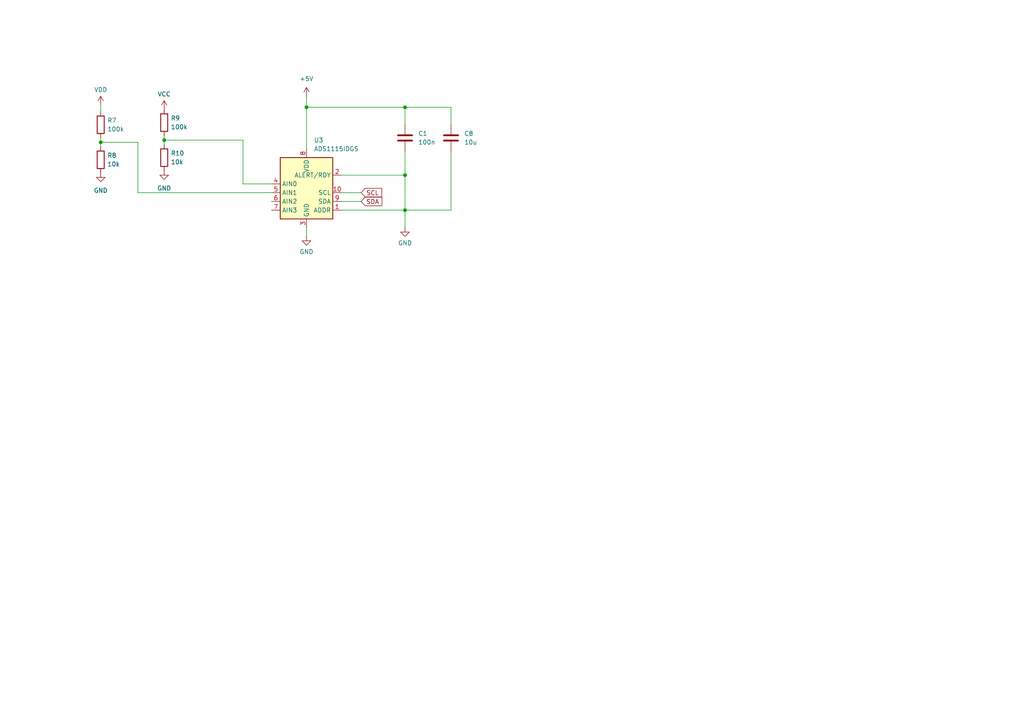
<source format=kicad_sch>
(kicad_sch (version 20250114) (generator "eeschema") (generator_version "9.0")
  (paper "A4")
  (lib_symbols
    (symbol "Analog_ADC:ADS1115IDGS"
      (property "Reference" "U" (at 2.54 13.97 0))
      (property "Value" "ADS1115IDGS" (at 7.62 11.43 0))
      (symbol "ADS1115IDGS_0_1"
        (rectangle (start -7.62 10.16) (end 7.62 -7.62) (stroke (width 0.254)) (fill (type background)))
      )
      (symbol "ADS1115IDGS_1_1"
        (pin input line (at -10.16 2.54 0) (length 2.54) (name "AIN0") (number "4"))
        (pin input line (at -10.16 0 0) (length 2.54) (name "AIN1") (number "5"))
        (pin input line (at -10.16 -2.54 0) (length 2.54) (name "AIN2") (number "6"))
        (pin input line (at -10.16 -5.08 0) (length 2.54) (name "AIN3") (number "7"))
        (pin power_in line (at 0 12.7 270) (length 2.54) (name "VDD") (number "8"))
        (pin power_in line (at 0 -10.16 90) (length 2.54) (name "GND") (number "3"))
        (pin output line (at 10.16 5.08 180) (length 2.54) (name "ALERT/RDY") (number "2"))
        (pin input line (at 10.16 0 180) (length 2.54) (name "SCL") (number "10"))
        (pin bidirectional line (at 10.16 -2.54 180) (length 2.54) (name "SDA") (number "9"))
        (pin input line (at 10.16 -5.08 180) (length 2.54) (name "ADDR") (number "1"))
      )
    )
    (symbol "Device:C" (pin_numbers (hide yes)) (pin_names (offset 0.254))
      (property "Reference" "C" (at 0.635 2.54 0))
      (property "Value" "C" (at 0.635 -2.54 0))
      (symbol "C_0_1"
        (polyline (pts (xy -2.032 0.762) (xy 2.032 0.762)) (stroke (width 0.508)))
        (polyline (pts (xy -2.032 -0.762) (xy 2.032 -0.762)) (stroke (width 0.508)))
      )
      (symbol "C_1_1"
        (pin passive line (at 0 3.81 270) (length 2.794) (name "~") (number "1"))
        (pin passive line (at 0 -3.81 90) (length 2.794) (name "~") (number "2"))
      )
    )
    (symbol "Device:R" (pin_numbers (hide yes)) (pin_names (offset 0))
      (property "Reference" "R" (at 2.032 0 90))
      (property "Value" "R" (at 0 0 90))
      (symbol "R_0_1"
        (rectangle (start -1.016 -2.54) (end 1.016 2.54) (stroke (width 0.254)))
      )
      (symbol "R_1_1"
        (pin passive line (at 0 3.81 270) (length 1.27) (name "~") (number "1"))
        (pin passive line (at 0 -3.81 90) (length 1.27) (name "~") (number "2"))
      )
    )
    (symbol "power:+5V" (power) (pin_numbers (hide yes)) (pin_names (offset 0) (hide yes))
      (property "Value" "+5V" (at 0 3.556 0))
      (symbol "+5V_0_1"
        (polyline (pts (xy -0.762 1.27) (xy 0 2.54)))
        (polyline (pts (xy 0 2.54) (xy 0.762 1.27)))
        (polyline (pts (xy 0 0) (xy 0 2.54)))
      )
      (symbol "+5V_1_1"
        (pin power_in line (at 0 0 90) (length 0) (name "~") (number "1"))
      )
    )
    (symbol "power:GND" (power) (pin_numbers (hide yes)) (pin_names (offset 0) (hide yes))
      (property "Value" "GND" (at 0 -3.81 0))
      (symbol "GND_0_1"
        (polyline (pts (xy 0 0) (xy 0 -1.27) (xy 1.27 -1.27) (xy 0 -2.54) (xy -1.27 -1.27) (xy 0 -1.27)))
      )
      (symbol "GND_1_1"
        (pin power_in line (at 0 0 270) (length 0) (name "~") (number "1"))
      )
    )
    (symbol "power:VCC" (power) (pin_numbers (hide yes)) (pin_names (offset 0) (hide yes))
      (property "Value" "VCC" (at 0 3.556 0))
      (symbol "VCC_0_1"
        (polyline (pts (xy -0.762 1.27) (xy 0 2.54)))
        (polyline (pts (xy 0 2.54) (xy 0.762 1.27)))
        (polyline (pts (xy 0 0) (xy 0 2.54)))
      )
      (symbol "VCC_1_1"
        (pin power_in line (at 0 0 90) (length 0) (name "~") (number "1"))
      )
    )
    (symbol "power:VDD" (power) (pin_numbers (hide yes)) (pin_names (offset 0) (hide yes))
      (property "Value" "VDD" (at 0 3.556 0))
      (symbol "VDD_0_1"
        (polyline (pts (xy -0.762 1.27) (xy 0 2.54)))
        (polyline (pts (xy 0 2.54) (xy 0.762 1.27)))
        (polyline (pts (xy 0 0) (xy 0 2.54)))
      )
      (symbol "VDD_1_1"
        (pin power_in line (at 0 0 90) (length 0) (name "~") (number "1"))
      )
    )
  )
  (junction (at 117.475 31.115))
  (junction (at 88.9 31.115))
  (junction (at 29.21 41.275))
  (junction (at 47.625 40.64))
  (junction (at 117.475 60.96))
  (junction (at 117.475 50.8))
  (wire (pts (xy 29.21 40.005) (xy 29.21 41.275)))
  (wire (pts (xy 117.475 60.96) (xy 117.475 66.04)))
  (wire (pts (xy 88.9 66.04) (xy 88.9 68.58)))
  (wire (pts (xy 99.06 50.8) (xy 117.475 50.8)))
  (wire (pts (xy 29.21 41.275) (xy 29.21 42.545)))
  (wire (pts (xy 88.9 31.115) (xy 88.9 43.18)))
  (wire (pts (xy 40.005 41.275) (xy 29.21 41.275)))
  (wire (pts (xy 99.06 55.88) (xy 104.775 55.88)))
  (wire (pts (xy 130.81 43.815) (xy 130.81 60.96)))
  (wire (pts (xy 70.485 53.34) (xy 70.485 40.64)))
  (wire (pts (xy 78.74 53.34) (xy 70.485 53.34)))
  (wire (pts (xy 29.21 30.48) (xy 29.21 32.385)))
  (wire (pts (xy 130.81 36.195) (xy 130.81 31.115)))
  (wire (pts (xy 117.475 36.195) (xy 117.475 31.115)))
  (wire (pts (xy 47.625 39.37) (xy 47.625 40.64)))
  (wire (pts (xy 117.475 31.115) (xy 88.9 31.115)))
  (wire (pts (xy 88.9 27.94) (xy 88.9 31.115)))
  (wire (pts (xy 47.625 40.64) (xy 47.625 41.91)))
  (wire (pts (xy 40.005 55.88) (xy 40.005 41.275)))
  (wire (pts (xy 70.485 40.64) (xy 47.625 40.64)))
  (wire (pts (xy 130.81 60.96) (xy 117.475 60.96)))
  (wire (pts (xy 117.475 43.815) (xy 117.475 50.8)))
  (wire (pts (xy 130.81 31.115) (xy 117.475 31.115)))
  (wire (pts (xy 99.06 58.42) (xy 104.775 58.42)))
  (wire (pts (xy 117.475 50.8) (xy 117.475 60.96)))
  (wire (pts (xy 99.06 60.96) (xy 117.475 60.96)))
  (wire (pts (xy 78.74 55.88) (xy 40.005 55.88)))
  (global_label "SDA" (shape input) (at 104.775 58.42 0) (property "Intersheetrefs" "${INTERSHEET_REFS}" (effects (hide yes))))
  (global_label "SCL" (shape input) (at 104.775 55.88 0) (property "Intersheetrefs" "${INTERSHEET_REFS}" (effects (hide yes))))
  (symbol (lib_id "power:GND") (at 117.475 66.04 0) (unit 1)
    (property "Reference" "#PWR045" (effects (hide yes)))
    (property "Value" "GND" (at 117.475 70.485 0))
    (property "Description" "Power symbol creates a global label with name \"GND\" , ground" (effects (hide yes)))
  )
  (symbol (lib_id "Device:R") (at 29.21 36.195 0) (unit 1)
    (property "Reference" "R7" (at 31.115 34.9249 0) (effects (justify left)))
    (property "Value" "100k" (at 31.115 37.4649 0) (effects (justify left)))
    (property "Footprint" "Resistor_SMD:R_0603_1608Metric_Pad0.98x0.95mm_HandSolder" (effects (hide yes)))
    (property "Description" "Resistor" (effects (hide yes)))
  )
  (symbol (lib_id "power:VDD") (at 29.21 30.48 0) (unit 1)
    (property "Reference" "#PWR047" (effects (hide yes)))
    (property "Value" "VDD" (at 29.21 26.035 0))
    (property "Description" "Power symbol creates a global label with name \"VDD\"" (effects (hide yes)))
  )
  (symbol (lib_id "Device:R") (at 47.625 35.56 0) (unit 1)
    (property "Reference" "R9" (at 49.53 34.2899 0) (effects (justify left)))
    (property "Value" "100k" (at 49.53 36.8299 0) (effects (justify left)))
    (property "Footprint" "Resistor_SMD:R_0603_1608Metric_Pad0.98x0.95mm_HandSolder" (effects (hide yes)))
    (property "Description" "Resistor" (effects (hide yes)))
  )
  (symbol (lib_id "power:GND") (at 47.625 49.53 0) (unit 1)
    (property "Reference" "#PWR050" (effects (hide yes)))
    (property "Value" "GND" (at 47.625 54.61 0))
    (property "Description" "Power symbol creates a global label with name \"GND\" , ground" (effects (hide yes)))
  )
  (symbol (lib_id "Device:R") (at 47.625 45.72 0) (unit 1)
    (property "Reference" "R10" (at 49.53 44.4499 0) (effects (justify left)))
    (property "Value" "10k" (at 49.53 46.9899 0) (effects (justify left)))
    (property "Footprint" "Resistor_SMD:R_0603_1608Metric_Pad0.98x0.95mm_HandSolder" (effects (hide yes)))
    (property "Description" "Resistor" (effects (hide yes)))
  )
  (symbol (lib_id "power:GND") (at 88.9 68.58 0) (unit 1)
    (property "Reference" "#PWR046" (effects (hide yes)))
    (property "Value" "GND" (at 88.9 73.025 0))
    (property "Description" "Power symbol creates a global label with name \"GND\" , ground" (effects (hide yes)))
  )
  (symbol (lib_id "Device:C") (at 130.81 40.005 0) (unit 1)
    (property "Reference" "C8" (at 134.62 38.7349 0) (effects (justify left)))
    (property "Value" "10u" (at 134.62 41.2749 0) (effects (justify left)))
    (property "Footprint" "Capacitor_SMD:C_0603_1608Metric_Pad1.08x0.95mm_HandSolder" (effects (hide yes)))
    (property "Description" "Unpolarized capacitor" (effects (hide yes)))
  )
  (symbol (lib_id "power:GND") (at 29.21 50.165 0) (unit 1)
    (property "Reference" "#PWR049" (effects (hide yes)))
    (property "Value" "GND" (at 29.21 55.245 0))
    (property "Description" "Power symbol creates a global label with name \"GND\" , ground" (effects (hide yes)))
  )
  (symbol (lib_id "Device:C") (at 117.475 40.005 0) (unit 1)
    (property "Reference" "C1" (at 121.285 38.7349 0) (effects (justify left)))
    (property "Value" "100n" (at 121.285 41.2749 0) (effects (justify left)))
    (property "Footprint" "Capacitor_SMD:C_0603_1608Metric_Pad1.08x0.95mm_HandSolder" (effects (hide yes)))
    (property "Description" "Unpolarized capacitor" (effects (hide yes)))
  )
  (symbol (lib_id "Device:R") (at 29.21 46.355 0) (unit 1)
    (property "Reference" "R8" (at 31.115 45.0849 0) (effects (justify left)))
    (property "Value" "10k" (at 31.115 47.6249 0) (effects (justify left)))
    (property "Footprint" "Resistor_SMD:R_0603_1608Metric_Pad0.98x0.95mm_HandSolder" (effects (hide yes)))
    (property "Description" "Resistor" (effects (hide yes)))
  )
  (symbol (lib_id "power:VCC") (at 47.625 31.75 0) (unit 1)
    (property "Reference" "#PWR048" (effects (hide yes)))
    (property "Value" "VCC" (at 47.625 27.305 0))
    (property "Description" "Power symbol creates a global label with name \"VCC\"" (effects (hide yes)))
  )
  (symbol (lib_id "Analog_ADC:ADS1115IDGS") (at 88.9 55.88 0) (unit 1)
    (property "Reference" "U3" (at 91.0433 40.64 0) (effects (justify left)))
    (property "Value" "ADS1115IDGS" (at 91.0433 43.18 0) (effects (justify left)))
    (property "Footprint" "Package_SO:TSSOP-10_3x3mm_P0.5mm" (effects (hide yes)))
    (property "Datasheet" "http://www.ti.com/lit/ds/symlink/ads1113.pdf" (effects (hide yes)))
    (property "Description" "Ultra-Small, Low-Power, I2C-Compatible, 860-SPS, 16-Bit ADCs With Internal Reference, Oscillator, and Programmable Comparator, VSSOP-10" (effects (hide yes)))
  )
  (symbol (lib_id "power:+5V") (at 88.9 27.94 0) (unit 1)
    (property "Reference" "#PWR044" (effects (hide yes)))
    (property "Value" "+5V" (at 88.9 22.86 0))
    (property "Description" "Power symbol creates a global label with name \"+5V\"" (effects (hide yes)))
  )
)
</source>
